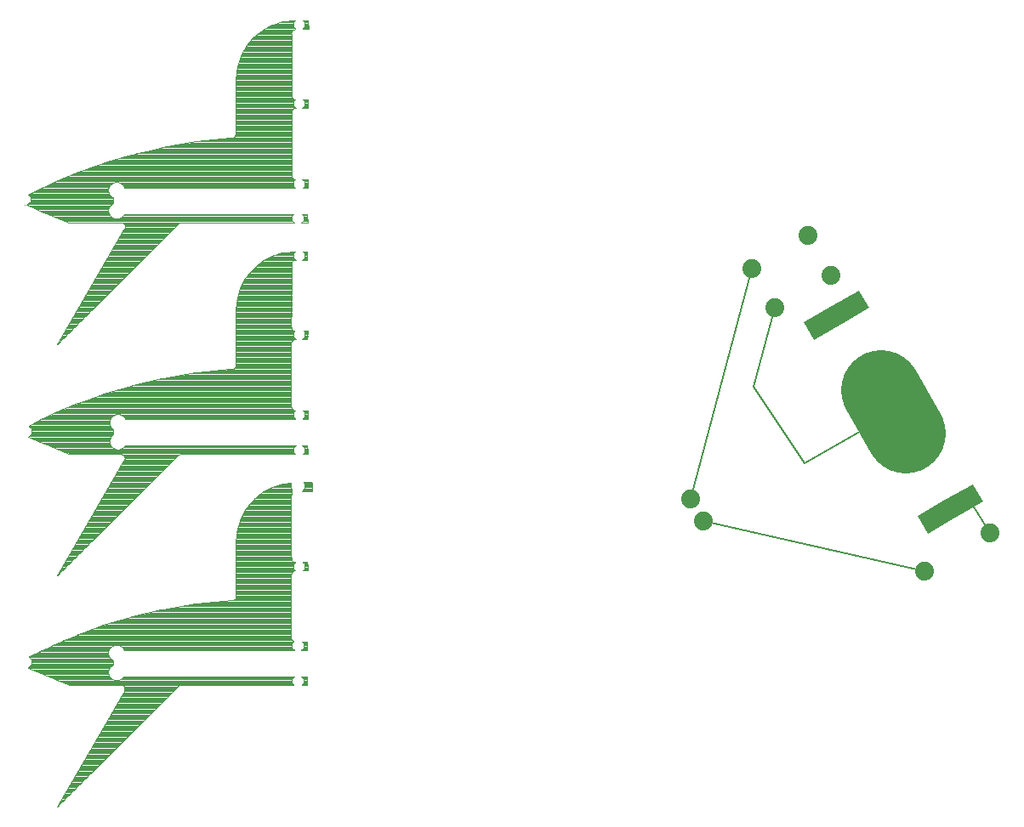
<source format=gbl>
G75*
%MOIN*%
%OFA0B0*%
%FSLAX25Y25*%
%IPPOS*%
%LPD*%
%AMOC8*
5,1,8,0,0,1.08239X$1,22.5*
%
%ADD10R,0.08000X0.12500*%
%ADD11C,0.31496*%
%ADD12C,0.07400*%
%ADD13C,0.00394*%
%ADD14C,0.00800*%
D10*
G36*
X0331980Y0233494D02*
X0335980Y0226566D01*
X0325156Y0220316D01*
X0321156Y0227244D01*
X0331980Y0233494D01*
G37*
G36*
X0335981Y0226566D02*
X0331981Y0233494D01*
X0342805Y0239744D01*
X0346805Y0232816D01*
X0335981Y0226566D01*
G37*
G36*
X0380414Y0150606D02*
X0376414Y0157534D01*
X0387238Y0163784D01*
X0391238Y0156856D01*
X0380414Y0150606D01*
G37*
G36*
X0376413Y0157534D02*
X0380413Y0150606D01*
X0369589Y0144356D01*
X0365589Y0151284D01*
X0376413Y0157534D01*
G37*
D11*
X0361118Y0183527D02*
X0351276Y0200573D01*
D12*
X0309562Y0232942D03*
X0300662Y0248358D03*
X0322832Y0261158D03*
X0331732Y0245742D03*
X0276697Y0157880D03*
X0281697Y0149220D03*
X0368206Y0129550D03*
X0394187Y0144550D03*
D13*
X0054340Y0082044D02*
X0028453Y0037208D01*
X0075697Y0084451D01*
X0076035Y0084848D01*
X0076099Y0084854D01*
X0076144Y0084899D01*
X0076666Y0084899D01*
X0076861Y0084915D01*
X0076907Y0084960D01*
X0077429Y0084960D01*
X0077948Y0085002D01*
X0077997Y0084960D01*
X0121187Y0084953D01*
X0120500Y0085640D01*
X0120500Y0087460D01*
X0121414Y0088374D01*
X0054463Y0088374D01*
X0054407Y0088239D01*
X0053508Y0087340D01*
X0052333Y0086853D01*
X0051061Y0086853D01*
X0049886Y0087340D01*
X0048987Y0088239D01*
X0048500Y0089414D01*
X0048500Y0090686D01*
X0048987Y0091861D01*
X0049886Y0092760D01*
X0050501Y0093015D01*
X0050501Y0094585D01*
X0049886Y0094840D01*
X0048987Y0095739D01*
X0048500Y0096914D01*
X0048500Y0098186D01*
X0048987Y0099361D01*
X0049886Y0100260D01*
X0051061Y0100747D01*
X0052333Y0100747D01*
X0053508Y0100260D01*
X0054407Y0099361D01*
X0054694Y0098669D01*
X0121471Y0098669D01*
X0120500Y0099640D01*
X0120500Y0101460D01*
X0121146Y0102106D01*
X0120990Y0102106D01*
X0120979Y0102118D01*
X0120962Y0102118D01*
X0120572Y0102525D01*
X0120174Y0102923D01*
X0120174Y0102939D01*
X0120163Y0102951D01*
X0120174Y0103514D01*
X0120178Y0127643D01*
X0120064Y0127930D01*
X0120178Y0128197D01*
X0120178Y0128488D01*
X0120397Y0128707D01*
X0120415Y0128748D01*
X0120415Y0129039D01*
X0120633Y0129258D01*
X0120755Y0129542D01*
X0121025Y0129650D01*
X0121231Y0129856D01*
X0121540Y0129856D01*
X0121715Y0129925D01*
X0121000Y0130640D01*
X0121000Y0132460D01*
X0121818Y0133278D01*
X0121612Y0133278D01*
X0121054Y0133262D01*
X0121038Y0133278D01*
X0121016Y0133278D01*
X0120621Y0133672D01*
X0120216Y0134056D01*
X0120215Y0134078D01*
X0120200Y0134094D01*
X0120200Y0134652D01*
X0120194Y0134845D01*
X0120178Y0134861D01*
X0120179Y0135418D01*
X0120163Y0135976D01*
X0120179Y0135993D01*
X0120183Y0158735D01*
X0120071Y0158961D01*
X0120183Y0159291D01*
X0120183Y0159638D01*
X0120342Y0159797D01*
X0119920Y0164292D01*
X0117466Y0164045D01*
X0116826Y0163962D01*
X0112562Y0162636D01*
X0108648Y0160512D01*
X0105716Y0158094D01*
X0105213Y0157676D01*
X0102795Y0154745D01*
X0102384Y0154238D01*
X0100260Y0150319D01*
X0098937Y0146057D01*
X0098859Y0145416D01*
X0098470Y0141554D01*
X0098440Y0140838D01*
X0098440Y0120839D01*
X0098517Y0120731D01*
X0098440Y0120277D01*
X0098440Y0119816D01*
X0098347Y0119723D01*
X0098337Y0119663D01*
X0098376Y0119274D01*
X0098244Y0119114D01*
X0098210Y0118909D01*
X0097892Y0118683D01*
X0097644Y0118381D01*
X0097438Y0118360D01*
X0097269Y0118240D01*
X0096884Y0118305D01*
X0083004Y0116921D01*
X0082274Y0116807D01*
X0069892Y0114691D01*
X0069165Y0114538D01*
X0057715Y0111815D01*
X0056995Y0111618D01*
X0046490Y0108459D01*
X0036918Y0105015D01*
X0036220Y0104733D01*
X0028964Y0101716D01*
X0028270Y0101416D01*
X0021889Y0098426D01*
X0021211Y0098084D01*
X0017428Y0096124D01*
X0017375Y0096016D01*
X0017347Y0096006D01*
X0018394Y0094960D01*
X0018394Y0093140D01*
X0017107Y0091853D01*
X0016861Y0091853D01*
X0017012Y0091795D01*
X0017027Y0091760D01*
X0023716Y0088813D01*
X0023993Y0088702D01*
X0024513Y0088495D01*
X0024513Y0088495D01*
X0033277Y0084998D01*
X0033789Y0084966D01*
X0053035Y0084964D01*
X0053188Y0085059D01*
X0053593Y0084964D01*
X0054009Y0084964D01*
X0054137Y0084837D01*
X0054312Y0084795D01*
X0054531Y0084442D01*
X0054825Y0084148D01*
X0054825Y0083967D01*
X0054920Y0083814D01*
X0054825Y0083409D01*
X0054825Y0082993D01*
X0054777Y0082945D01*
X0054804Y0082847D01*
X0054618Y0082526D01*
X0054533Y0082164D01*
X0054340Y0082044D01*
X0054367Y0082061D02*
X0073307Y0082061D01*
X0073699Y0082453D02*
X0054601Y0082453D01*
X0054803Y0082846D02*
X0074091Y0082846D01*
X0074483Y0083238D02*
X0054825Y0083238D01*
X0054877Y0083630D02*
X0074875Y0083630D01*
X0075268Y0084022D02*
X0054825Y0084022D01*
X0054559Y0084415D02*
X0075660Y0084415D01*
X0075999Y0084807D02*
X0054264Y0084807D01*
X0053074Y0087160D02*
X0120500Y0087160D01*
X0120500Y0086768D02*
X0028842Y0086768D01*
X0027859Y0087160D02*
X0050320Y0087160D01*
X0049674Y0087552D02*
X0026876Y0087552D01*
X0025893Y0087944D02*
X0049281Y0087944D01*
X0048946Y0088337D02*
X0024910Y0088337D01*
X0023927Y0088729D02*
X0048784Y0088729D01*
X0048621Y0089121D02*
X0023017Y0089121D01*
X0022127Y0089513D02*
X0048500Y0089513D01*
X0048500Y0089906D02*
X0021237Y0089906D01*
X0020347Y0090298D02*
X0048500Y0090298D01*
X0048502Y0090690D02*
X0019457Y0090690D01*
X0018567Y0091082D02*
X0048664Y0091082D01*
X0048827Y0091474D02*
X0017676Y0091474D01*
X0017120Y0091867D02*
X0048992Y0091867D01*
X0049385Y0092259D02*
X0017512Y0092259D01*
X0017905Y0092651D02*
X0049777Y0092651D01*
X0050501Y0093043D02*
X0018297Y0093043D01*
X0018394Y0093435D02*
X0050501Y0093435D01*
X0050501Y0093828D02*
X0018394Y0093828D01*
X0018394Y0094220D02*
X0050501Y0094220D01*
X0050436Y0094612D02*
X0018394Y0094612D01*
X0018349Y0095004D02*
X0049722Y0095004D01*
X0049329Y0095396D02*
X0017957Y0095396D01*
X0017565Y0095789D02*
X0048966Y0095789D01*
X0048804Y0096181D02*
X0017538Y0096181D01*
X0018295Y0096573D02*
X0048641Y0096573D01*
X0048500Y0096965D02*
X0019051Y0096965D01*
X0019808Y0097358D02*
X0048500Y0097358D01*
X0048500Y0097750D02*
X0020565Y0097750D01*
X0021325Y0098142D02*
X0048500Y0098142D01*
X0048644Y0098534D02*
X0022121Y0098534D01*
X0022958Y0098926D02*
X0048807Y0098926D01*
X0048969Y0099319D02*
X0023795Y0099319D01*
X0024632Y0099711D02*
X0049337Y0099711D01*
X0049729Y0100103D02*
X0025469Y0100103D01*
X0026306Y0100495D02*
X0050454Y0100495D01*
X0052940Y0100495D02*
X0120500Y0100495D01*
X0120500Y0100103D02*
X0053665Y0100103D01*
X0054057Y0099711D02*
X0120500Y0099711D01*
X0120821Y0099319D02*
X0054425Y0099319D01*
X0054587Y0098926D02*
X0121214Y0098926D01*
X0120500Y0100887D02*
X0027143Y0100887D01*
X0027980Y0101280D02*
X0120500Y0101280D01*
X0120712Y0101672D02*
X0028863Y0101672D01*
X0029802Y0102064D02*
X0121104Y0102064D01*
X0120638Y0102456D02*
X0030745Y0102456D01*
X0031688Y0102849D02*
X0120248Y0102849D01*
X0120169Y0103241D02*
X0032632Y0103241D01*
X0033575Y0103633D02*
X0120174Y0103633D01*
X0120174Y0104025D02*
X0034518Y0104025D01*
X0035461Y0104417D02*
X0120174Y0104417D01*
X0120174Y0104810D02*
X0036410Y0104810D01*
X0037437Y0105202D02*
X0120174Y0105202D01*
X0120174Y0105594D02*
X0038527Y0105594D01*
X0039617Y0105986D02*
X0120175Y0105986D01*
X0120175Y0106378D02*
X0040708Y0106378D01*
X0041798Y0106771D02*
X0120175Y0106771D01*
X0120175Y0107163D02*
X0042888Y0107163D01*
X0043979Y0107555D02*
X0120175Y0107555D01*
X0120175Y0107947D02*
X0045069Y0107947D01*
X0046159Y0108339D02*
X0120175Y0108339D01*
X0120175Y0108732D02*
X0047399Y0108732D01*
X0048703Y0109124D02*
X0120175Y0109124D01*
X0120175Y0109516D02*
X0050007Y0109516D01*
X0051311Y0109908D02*
X0120175Y0109908D01*
X0120175Y0110301D02*
X0052616Y0110301D01*
X0053920Y0110693D02*
X0120175Y0110693D01*
X0120175Y0111085D02*
X0055224Y0111085D01*
X0056528Y0111477D02*
X0120176Y0111477D01*
X0120176Y0111869D02*
X0057942Y0111869D01*
X0059592Y0112262D02*
X0120176Y0112262D01*
X0120176Y0112654D02*
X0061241Y0112654D01*
X0062890Y0113046D02*
X0120176Y0113046D01*
X0120176Y0113438D02*
X0064539Y0113438D01*
X0066188Y0113830D02*
X0120176Y0113830D01*
X0120176Y0114223D02*
X0067837Y0114223D01*
X0069530Y0114615D02*
X0120176Y0114615D01*
X0120176Y0115007D02*
X0071744Y0115007D01*
X0074038Y0115399D02*
X0120176Y0115399D01*
X0120176Y0115792D02*
X0076332Y0115792D01*
X0078627Y0116184D02*
X0120176Y0116184D01*
X0120176Y0116576D02*
X0080921Y0116576D01*
X0083476Y0116968D02*
X0120176Y0116968D01*
X0120177Y0117360D02*
X0087410Y0117360D01*
X0091345Y0117753D02*
X0120177Y0117753D01*
X0120177Y0118145D02*
X0095279Y0118145D01*
X0097772Y0118537D02*
X0120177Y0118537D01*
X0120177Y0118929D02*
X0098213Y0118929D01*
X0098371Y0119321D02*
X0120177Y0119321D01*
X0120177Y0119714D02*
X0098345Y0119714D01*
X0098440Y0120106D02*
X0120177Y0120106D01*
X0120177Y0120498D02*
X0098477Y0120498D01*
X0098440Y0120890D02*
X0120177Y0120890D01*
X0120177Y0121282D02*
X0098440Y0121282D01*
X0098440Y0121675D02*
X0120177Y0121675D01*
X0120177Y0122067D02*
X0098440Y0122067D01*
X0098440Y0122459D02*
X0120177Y0122459D01*
X0120177Y0122851D02*
X0098440Y0122851D01*
X0098440Y0123244D02*
X0120178Y0123244D01*
X0120178Y0123636D02*
X0098440Y0123636D01*
X0098440Y0124028D02*
X0120178Y0124028D01*
X0120178Y0124420D02*
X0098440Y0124420D01*
X0098440Y0124812D02*
X0120178Y0124812D01*
X0120178Y0125205D02*
X0098440Y0125205D01*
X0098440Y0125597D02*
X0120178Y0125597D01*
X0120178Y0125989D02*
X0098440Y0125989D01*
X0098440Y0126381D02*
X0120178Y0126381D01*
X0120178Y0126773D02*
X0098440Y0126773D01*
X0098440Y0127166D02*
X0120178Y0127166D01*
X0120178Y0127558D02*
X0098440Y0127558D01*
X0098440Y0127950D02*
X0120072Y0127950D01*
X0120178Y0128342D02*
X0098440Y0128342D01*
X0098440Y0128735D02*
X0120409Y0128735D01*
X0120502Y0129127D02*
X0098440Y0129127D01*
X0098440Y0129519D02*
X0120745Y0129519D01*
X0121337Y0130303D02*
X0098440Y0130303D01*
X0098440Y0129911D02*
X0121679Y0129911D01*
X0121000Y0130696D02*
X0098440Y0130696D01*
X0098440Y0131088D02*
X0121000Y0131088D01*
X0121000Y0131480D02*
X0098440Y0131480D01*
X0098440Y0131872D02*
X0121000Y0131872D01*
X0121000Y0132264D02*
X0098440Y0132264D01*
X0098440Y0132657D02*
X0121197Y0132657D01*
X0121589Y0133049D02*
X0098440Y0133049D01*
X0098440Y0133441D02*
X0120852Y0133441D01*
X0120451Y0133833D02*
X0098440Y0133833D01*
X0098440Y0134225D02*
X0120200Y0134225D01*
X0120200Y0134618D02*
X0098440Y0134618D01*
X0098440Y0135010D02*
X0120179Y0135010D01*
X0120179Y0135402D02*
X0098440Y0135402D01*
X0098440Y0135794D02*
X0120168Y0135794D01*
X0120179Y0136187D02*
X0098440Y0136187D01*
X0098440Y0136579D02*
X0120179Y0136579D01*
X0120179Y0136971D02*
X0098440Y0136971D01*
X0098440Y0137363D02*
X0120179Y0137363D01*
X0120179Y0137755D02*
X0098440Y0137755D01*
X0098440Y0138148D02*
X0120179Y0138148D01*
X0120179Y0138540D02*
X0098440Y0138540D01*
X0098440Y0138932D02*
X0120179Y0138932D01*
X0120179Y0139324D02*
X0098440Y0139324D01*
X0098440Y0139716D02*
X0120179Y0139716D01*
X0120179Y0140109D02*
X0098440Y0140109D01*
X0098440Y0140501D02*
X0120179Y0140501D01*
X0120180Y0140893D02*
X0098442Y0140893D01*
X0098459Y0141285D02*
X0120180Y0141285D01*
X0120180Y0141678D02*
X0098482Y0141678D01*
X0098522Y0142070D02*
X0120180Y0142070D01*
X0120180Y0142462D02*
X0098561Y0142462D01*
X0098601Y0142854D02*
X0120180Y0142854D01*
X0120180Y0143246D02*
X0098640Y0143246D01*
X0098680Y0143639D02*
X0120180Y0143639D01*
X0120180Y0144031D02*
X0098719Y0144031D01*
X0098759Y0144423D02*
X0120180Y0144423D01*
X0120180Y0144815D02*
X0098799Y0144815D01*
X0098838Y0145207D02*
X0120180Y0145207D01*
X0120180Y0145600D02*
X0098881Y0145600D01*
X0098929Y0145992D02*
X0120180Y0145992D01*
X0120180Y0146384D02*
X0099038Y0146384D01*
X0099160Y0146776D02*
X0120181Y0146776D01*
X0120181Y0147168D02*
X0099282Y0147168D01*
X0099404Y0147561D02*
X0120181Y0147561D01*
X0120181Y0147953D02*
X0099525Y0147953D01*
X0099647Y0148345D02*
X0120181Y0148345D01*
X0120181Y0148737D02*
X0099769Y0148737D01*
X0099891Y0149130D02*
X0120181Y0149130D01*
X0120181Y0149522D02*
X0100012Y0149522D01*
X0100134Y0149914D02*
X0120181Y0149914D01*
X0120181Y0150306D02*
X0100256Y0150306D01*
X0100466Y0150698D02*
X0120181Y0150698D01*
X0120181Y0151091D02*
X0100678Y0151091D01*
X0100891Y0151483D02*
X0120181Y0151483D01*
X0120181Y0151875D02*
X0101103Y0151875D01*
X0101316Y0152267D02*
X0120182Y0152267D01*
X0120182Y0152659D02*
X0101528Y0152659D01*
X0101741Y0153052D02*
X0120182Y0153052D01*
X0120182Y0153444D02*
X0101953Y0153444D01*
X0102166Y0153836D02*
X0120182Y0153836D01*
X0120182Y0154228D02*
X0102378Y0154228D01*
X0102694Y0154621D02*
X0120182Y0154621D01*
X0120182Y0155013D02*
X0103016Y0155013D01*
X0103340Y0155405D02*
X0120182Y0155405D01*
X0120182Y0155797D02*
X0103663Y0155797D01*
X0103987Y0156189D02*
X0120182Y0156189D01*
X0120182Y0156582D02*
X0104311Y0156582D01*
X0104634Y0156974D02*
X0120182Y0156974D01*
X0120182Y0157366D02*
X0104958Y0157366D01*
X0105313Y0157758D02*
X0120182Y0157758D01*
X0120183Y0158150D02*
X0105785Y0158150D01*
X0106260Y0158543D02*
X0120183Y0158543D01*
X0120084Y0158935D02*
X0106736Y0158935D01*
X0107212Y0159327D02*
X0120183Y0159327D01*
X0120264Y0159719D02*
X0107687Y0159719D01*
X0108163Y0160111D02*
X0120312Y0160111D01*
X0120275Y0160504D02*
X0108638Y0160504D01*
X0109356Y0160896D02*
X0120239Y0160896D01*
X0120202Y0161288D02*
X0110078Y0161288D01*
X0110801Y0161680D02*
X0120165Y0161680D01*
X0120128Y0162073D02*
X0111524Y0162073D01*
X0112246Y0162465D02*
X0120091Y0162465D01*
X0120054Y0162857D02*
X0113272Y0162857D01*
X0114533Y0163249D02*
X0120017Y0163249D01*
X0119981Y0163641D02*
X0115794Y0163641D01*
X0117379Y0164034D02*
X0119944Y0164034D01*
X0124889Y0164465D02*
X0128133Y0164464D01*
X0128461Y0164380D01*
X0128461Y0161067D01*
X0128036Y0161043D01*
X0124296Y0161043D01*
X0125394Y0162140D01*
X0125394Y0163960D01*
X0124889Y0164465D01*
X0124928Y0164426D02*
X0128283Y0164426D01*
X0128461Y0164034D02*
X0125320Y0164034D01*
X0125394Y0163641D02*
X0128461Y0163641D01*
X0128461Y0163249D02*
X0125394Y0163249D01*
X0125394Y0162857D02*
X0128461Y0162857D01*
X0128461Y0162465D02*
X0125394Y0162465D01*
X0125326Y0162073D02*
X0128461Y0162073D01*
X0128461Y0161680D02*
X0124934Y0161680D01*
X0124542Y0161288D02*
X0128461Y0161288D01*
X0126732Y0175585D02*
X0124839Y0175586D01*
X0125394Y0176140D01*
X0125394Y0177960D01*
X0124347Y0179007D01*
X0126427Y0179007D01*
X0126732Y0175585D01*
X0126712Y0175800D02*
X0125054Y0175800D01*
X0125394Y0176192D02*
X0126677Y0176192D01*
X0126643Y0176584D02*
X0125394Y0176584D01*
X0125394Y0176977D02*
X0126608Y0176977D01*
X0126573Y0177369D02*
X0125394Y0177369D01*
X0125394Y0177761D02*
X0126538Y0177761D01*
X0126503Y0178153D02*
X0125200Y0178153D01*
X0124808Y0178545D02*
X0126468Y0178545D01*
X0126433Y0178938D02*
X0124416Y0178938D01*
X0122047Y0179007D02*
X0121000Y0177960D01*
X0121000Y0176140D01*
X0121554Y0175586D01*
X0077348Y0175593D01*
X0077017Y0175704D01*
X0076793Y0175593D01*
X0076544Y0175593D01*
X0076296Y0175346D01*
X0076140Y0175268D01*
X0075891Y0175268D01*
X0075643Y0175021D01*
X0075330Y0174865D01*
X0075251Y0174629D01*
X0028463Y0127841D01*
X0054459Y0172865D01*
X0054525Y0172890D01*
X0054743Y0173357D01*
X0055001Y0173804D01*
X0054982Y0173872D01*
X0055012Y0173937D01*
X0054835Y0174421D01*
X0054702Y0174919D01*
X0054640Y0174955D01*
X0054616Y0175021D01*
X0054148Y0175239D01*
X0053809Y0175435D01*
X0053646Y0175597D01*
X0053377Y0175597D01*
X0053133Y0175711D01*
X0052822Y0175597D01*
X0033554Y0175599D01*
X0033060Y0175722D01*
X0024380Y0179186D01*
X0023331Y0179621D01*
X0017115Y0182361D01*
X0018394Y0183640D01*
X0018394Y0185460D01*
X0017212Y0186641D01*
X0021426Y0188826D01*
X0022109Y0189158D01*
X0028489Y0192148D01*
X0036442Y0195456D01*
X0037145Y0195727D01*
X0046007Y0198918D01*
X0046718Y0199157D01*
X0057224Y0202317D01*
X0057947Y0202501D01*
X0069395Y0205224D01*
X0070125Y0205362D01*
X0082507Y0207479D01*
X0083239Y0207577D01*
X0096105Y0208859D01*
X0096231Y0208790D01*
X0096663Y0208915D01*
X0097111Y0208959D01*
X0097202Y0209071D01*
X0097254Y0209086D01*
X0097634Y0209086D01*
X0097789Y0209241D01*
X0097999Y0209302D01*
X0098182Y0209634D01*
X0098450Y0209903D01*
X0098450Y0210121D01*
X0098556Y0210313D01*
X0098450Y0210678D01*
X0098450Y0231690D01*
X0098502Y0232406D01*
X0098889Y0236246D01*
X0099006Y0236879D01*
X0100137Y0240523D01*
X0100363Y0241130D01*
X0102178Y0244473D01*
X0102517Y0245028D01*
X0104935Y0247959D01*
X0105376Y0248438D01*
X0108308Y0250857D01*
X0108833Y0251240D01*
X0112177Y0253055D01*
X0112762Y0253331D01*
X0116407Y0254462D01*
X0117030Y0254633D01*
X0121554Y0255089D01*
X0121630Y0255090D01*
X0121000Y0254460D01*
X0121000Y0252640D01*
X0121962Y0251678D01*
X0121728Y0251678D01*
X0121675Y0251624D01*
X0121521Y0251609D01*
X0121010Y0251609D01*
X0120956Y0251555D01*
X0120880Y0251548D01*
X0120555Y0251154D01*
X0120193Y0250793D01*
X0120193Y0250717D01*
X0120145Y0250658D01*
X0120193Y0250149D01*
X0120189Y0225991D01*
X0120086Y0225613D01*
X0120189Y0225434D01*
X0120189Y0225228D01*
X0120466Y0224951D01*
X0120476Y0224933D01*
X0120476Y0224727D01*
X0120753Y0224450D01*
X0120947Y0224110D01*
X0121146Y0224056D01*
X0121292Y0223911D01*
X0121451Y0223911D01*
X0121000Y0223460D01*
X0121000Y0221640D01*
X0122151Y0220489D01*
X0121762Y0220489D01*
X0121738Y0220465D01*
X0121554Y0220458D01*
X0121005Y0220458D01*
X0120982Y0220434D01*
X0120948Y0220433D01*
X0120577Y0220029D01*
X0120189Y0219642D01*
X0120189Y0219608D01*
X0120166Y0219584D01*
X0120189Y0219036D01*
X0120184Y0194898D01*
X0120071Y0194585D01*
X0120184Y0194343D01*
X0120184Y0194077D01*
X0120420Y0193841D01*
X0120436Y0193807D01*
X0120436Y0193540D01*
X0120671Y0193305D01*
X0120812Y0193003D01*
X0121063Y0192912D01*
X0121252Y0192724D01*
X0121585Y0192724D01*
X0121716Y0192676D01*
X0121000Y0191960D01*
X0121000Y0190140D01*
X0121838Y0189302D01*
X0055139Y0189302D01*
X0054907Y0189861D01*
X0054008Y0190760D01*
X0052833Y0191247D01*
X0051561Y0191247D01*
X0050386Y0190760D01*
X0049487Y0189861D01*
X0049000Y0188686D01*
X0049000Y0187414D01*
X0049487Y0186239D01*
X0050386Y0185340D01*
X0050511Y0185288D01*
X0050511Y0183312D01*
X0050386Y0183260D01*
X0049487Y0182361D01*
X0049000Y0181186D01*
X0049000Y0179914D01*
X0049487Y0178739D01*
X0050386Y0177840D01*
X0051561Y0177353D01*
X0052833Y0177353D01*
X0054008Y0177840D01*
X0054907Y0178739D01*
X0055018Y0179007D01*
X0122047Y0179007D01*
X0121978Y0178938D02*
X0054989Y0178938D01*
X0054713Y0178545D02*
X0121585Y0178545D01*
X0121193Y0178153D02*
X0054321Y0178153D01*
X0053817Y0177761D02*
X0121000Y0177761D01*
X0121000Y0177369D02*
X0052871Y0177369D01*
X0051523Y0177369D02*
X0028934Y0177369D01*
X0029917Y0176977D02*
X0121000Y0176977D01*
X0121000Y0176584D02*
X0030900Y0176584D01*
X0031882Y0176192D02*
X0121000Y0176192D01*
X0121340Y0175800D02*
X0032865Y0175800D01*
X0027951Y0177761D02*
X0050576Y0177761D01*
X0050073Y0178153D02*
X0026968Y0178153D01*
X0025985Y0178545D02*
X0049680Y0178545D01*
X0049404Y0178938D02*
X0025002Y0178938D01*
X0024033Y0179330D02*
X0049242Y0179330D01*
X0049080Y0179722D02*
X0023101Y0179722D01*
X0022212Y0180114D02*
X0049000Y0180114D01*
X0049000Y0180507D02*
X0021322Y0180507D01*
X0020432Y0180899D02*
X0049000Y0180899D01*
X0049044Y0181291D02*
X0019542Y0181291D01*
X0018653Y0181683D02*
X0049206Y0181683D01*
X0049368Y0182075D02*
X0017763Y0182075D01*
X0017221Y0182468D02*
X0049593Y0182468D01*
X0049986Y0182860D02*
X0017613Y0182860D01*
X0018006Y0183252D02*
X0050378Y0183252D01*
X0050511Y0183644D02*
X0018394Y0183644D01*
X0018394Y0184036D02*
X0050511Y0184036D01*
X0050511Y0184429D02*
X0018394Y0184429D01*
X0018394Y0184821D02*
X0050511Y0184821D01*
X0050511Y0185213D02*
X0018394Y0185213D01*
X0018248Y0185605D02*
X0050121Y0185605D01*
X0049728Y0185997D02*
X0017856Y0185997D01*
X0017464Y0186390D02*
X0049424Y0186390D01*
X0049262Y0186782D02*
X0017483Y0186782D01*
X0018240Y0187174D02*
X0049099Y0187174D01*
X0049000Y0187566D02*
X0018997Y0187566D01*
X0019753Y0187959D02*
X0049000Y0187959D01*
X0049000Y0188351D02*
X0020510Y0188351D01*
X0021266Y0188743D02*
X0049024Y0188743D01*
X0049186Y0189135D02*
X0022062Y0189135D01*
X0022897Y0189527D02*
X0049349Y0189527D01*
X0049545Y0189920D02*
X0023734Y0189920D01*
X0024571Y0190312D02*
X0049938Y0190312D01*
X0050330Y0190704D02*
X0025408Y0190704D01*
X0026245Y0191096D02*
X0051197Y0191096D01*
X0053196Y0191096D02*
X0121000Y0191096D01*
X0121000Y0190704D02*
X0054064Y0190704D01*
X0054456Y0190312D02*
X0121000Y0190312D01*
X0121220Y0189920D02*
X0054848Y0189920D01*
X0055045Y0189527D02*
X0121613Y0189527D01*
X0121000Y0191488D02*
X0027082Y0191488D01*
X0027919Y0191881D02*
X0121000Y0191881D01*
X0121313Y0192273D02*
X0028789Y0192273D01*
X0029732Y0192665D02*
X0121705Y0192665D01*
X0120787Y0193057D02*
X0030675Y0193057D01*
X0031618Y0193450D02*
X0120526Y0193450D01*
X0120419Y0193842D02*
X0032561Y0193842D01*
X0033505Y0194234D02*
X0120184Y0194234D01*
X0120086Y0194626D02*
X0034448Y0194626D01*
X0035391Y0195018D02*
X0120184Y0195018D01*
X0120185Y0195411D02*
X0036334Y0195411D01*
X0037355Y0195803D02*
X0120185Y0195803D01*
X0120185Y0196195D02*
X0038444Y0196195D01*
X0039534Y0196587D02*
X0120185Y0196587D01*
X0120185Y0196979D02*
X0040623Y0196979D01*
X0041713Y0197372D02*
X0120185Y0197372D01*
X0120185Y0197764D02*
X0042802Y0197764D01*
X0043892Y0198156D02*
X0120185Y0198156D01*
X0120185Y0198548D02*
X0044981Y0198548D01*
X0046075Y0198940D02*
X0120185Y0198940D01*
X0120185Y0199333D02*
X0047300Y0199333D01*
X0048604Y0199725D02*
X0120185Y0199725D01*
X0120185Y0200117D02*
X0049908Y0200117D01*
X0051212Y0200509D02*
X0120185Y0200509D01*
X0120185Y0200902D02*
X0052517Y0200902D01*
X0053821Y0201294D02*
X0120186Y0201294D01*
X0120186Y0201686D02*
X0055125Y0201686D01*
X0056429Y0202078D02*
X0120186Y0202078D01*
X0120186Y0202470D02*
X0057825Y0202470D01*
X0059465Y0202863D02*
X0120186Y0202863D01*
X0120186Y0203255D02*
X0061114Y0203255D01*
X0062763Y0203647D02*
X0120186Y0203647D01*
X0120186Y0204039D02*
X0064412Y0204039D01*
X0066061Y0204431D02*
X0120186Y0204431D01*
X0120186Y0204824D02*
X0067710Y0204824D01*
X0069359Y0205216D02*
X0120186Y0205216D01*
X0120186Y0205608D02*
X0071566Y0205608D01*
X0073860Y0206000D02*
X0120186Y0206000D01*
X0120186Y0206393D02*
X0076154Y0206393D01*
X0078448Y0206785D02*
X0120187Y0206785D01*
X0120187Y0207177D02*
X0080743Y0207177D01*
X0083184Y0207569D02*
X0120187Y0207569D01*
X0120187Y0207961D02*
X0087099Y0207961D01*
X0091033Y0208354D02*
X0120187Y0208354D01*
X0120187Y0208746D02*
X0094968Y0208746D01*
X0097686Y0209138D02*
X0120187Y0209138D01*
X0120187Y0209530D02*
X0098125Y0209530D01*
X0098450Y0209922D02*
X0120187Y0209922D01*
X0120187Y0210315D02*
X0098556Y0210315D01*
X0098450Y0210707D02*
X0120187Y0210707D01*
X0120187Y0211099D02*
X0098450Y0211099D01*
X0098450Y0211491D02*
X0120187Y0211491D01*
X0120187Y0211883D02*
X0098450Y0211883D01*
X0098450Y0212276D02*
X0120187Y0212276D01*
X0120188Y0212668D02*
X0098450Y0212668D01*
X0098450Y0213060D02*
X0120188Y0213060D01*
X0120188Y0213452D02*
X0098450Y0213452D01*
X0098450Y0213845D02*
X0120188Y0213845D01*
X0120188Y0214237D02*
X0098450Y0214237D01*
X0098450Y0214629D02*
X0120188Y0214629D01*
X0120188Y0215021D02*
X0098450Y0215021D01*
X0098450Y0215413D02*
X0120188Y0215413D01*
X0120188Y0215806D02*
X0098450Y0215806D01*
X0098450Y0216198D02*
X0120188Y0216198D01*
X0120188Y0216590D02*
X0098450Y0216590D01*
X0098450Y0216982D02*
X0120188Y0216982D01*
X0120188Y0217374D02*
X0098450Y0217374D01*
X0098450Y0217767D02*
X0120188Y0217767D01*
X0120188Y0218159D02*
X0098450Y0218159D01*
X0098450Y0218551D02*
X0120189Y0218551D01*
X0120189Y0218943D02*
X0098450Y0218943D01*
X0098450Y0219336D02*
X0120176Y0219336D01*
X0120275Y0219728D02*
X0098450Y0219728D01*
X0098450Y0220120D02*
X0120660Y0220120D01*
X0121736Y0220904D02*
X0098450Y0220904D01*
X0098450Y0220512D02*
X0122128Y0220512D01*
X0121343Y0221297D02*
X0098450Y0221297D01*
X0098450Y0221689D02*
X0121000Y0221689D01*
X0121000Y0222081D02*
X0098450Y0222081D01*
X0098450Y0222473D02*
X0121000Y0222473D01*
X0121000Y0222865D02*
X0098450Y0222865D01*
X0098450Y0223258D02*
X0121000Y0223258D01*
X0121190Y0223650D02*
X0098450Y0223650D01*
X0098450Y0224042D02*
X0121161Y0224042D01*
X0120762Y0224434D02*
X0098450Y0224434D01*
X0098450Y0224826D02*
X0120476Y0224826D01*
X0120198Y0225219D02*
X0098450Y0225219D01*
X0098450Y0225611D02*
X0120087Y0225611D01*
X0120189Y0226003D02*
X0098450Y0226003D01*
X0098450Y0226395D02*
X0120189Y0226395D01*
X0120189Y0226788D02*
X0098450Y0226788D01*
X0098450Y0227180D02*
X0120189Y0227180D01*
X0120189Y0227572D02*
X0098450Y0227572D01*
X0098450Y0227964D02*
X0120189Y0227964D01*
X0120189Y0228356D02*
X0098450Y0228356D01*
X0098450Y0228749D02*
X0120189Y0228749D01*
X0120189Y0229141D02*
X0098450Y0229141D01*
X0098450Y0229533D02*
X0120190Y0229533D01*
X0120190Y0229925D02*
X0098450Y0229925D01*
X0098450Y0230317D02*
X0120190Y0230317D01*
X0120190Y0230710D02*
X0098450Y0230710D01*
X0098450Y0231102D02*
X0120190Y0231102D01*
X0120190Y0231494D02*
X0098450Y0231494D01*
X0098464Y0231886D02*
X0120190Y0231886D01*
X0120190Y0232279D02*
X0098493Y0232279D01*
X0098529Y0232671D02*
X0120190Y0232671D01*
X0120190Y0233063D02*
X0098568Y0233063D01*
X0098608Y0233455D02*
X0120190Y0233455D01*
X0120190Y0233847D02*
X0098647Y0233847D01*
X0098687Y0234240D02*
X0120190Y0234240D01*
X0120190Y0234632D02*
X0098726Y0234632D01*
X0098766Y0235024D02*
X0120190Y0235024D01*
X0120191Y0235416D02*
X0098805Y0235416D01*
X0098845Y0235808D02*
X0120191Y0235808D01*
X0120191Y0236201D02*
X0098885Y0236201D01*
X0098953Y0236593D02*
X0120191Y0236593D01*
X0120191Y0236985D02*
X0099039Y0236985D01*
X0099160Y0237377D02*
X0120191Y0237377D01*
X0120191Y0237769D02*
X0099282Y0237769D01*
X0099404Y0238162D02*
X0120191Y0238162D01*
X0120191Y0238554D02*
X0099526Y0238554D01*
X0099647Y0238946D02*
X0120191Y0238946D01*
X0120191Y0239338D02*
X0099769Y0239338D01*
X0099891Y0239731D02*
X0120191Y0239731D01*
X0120191Y0240123D02*
X0100013Y0240123D01*
X0100134Y0240515D02*
X0120191Y0240515D01*
X0120191Y0240907D02*
X0100280Y0240907D01*
X0100455Y0241299D02*
X0120192Y0241299D01*
X0120192Y0241692D02*
X0100668Y0241692D01*
X0100881Y0242084D02*
X0120192Y0242084D01*
X0120192Y0242476D02*
X0101094Y0242476D01*
X0101307Y0242868D02*
X0120192Y0242868D01*
X0120192Y0243260D02*
X0101520Y0243260D01*
X0101732Y0243653D02*
X0120192Y0243653D01*
X0120192Y0244045D02*
X0101945Y0244045D01*
X0102158Y0244437D02*
X0120192Y0244437D01*
X0120192Y0244829D02*
X0102395Y0244829D01*
X0102676Y0245222D02*
X0120192Y0245222D01*
X0120192Y0245614D02*
X0103000Y0245614D01*
X0103323Y0246006D02*
X0120192Y0246006D01*
X0120192Y0246398D02*
X0103647Y0246398D01*
X0103971Y0246790D02*
X0120193Y0246790D01*
X0120193Y0247183D02*
X0104294Y0247183D01*
X0104618Y0247575D02*
X0120193Y0247575D01*
X0120193Y0247967D02*
X0104942Y0247967D01*
X0105304Y0248359D02*
X0120193Y0248359D01*
X0120193Y0248751D02*
X0105756Y0248751D01*
X0106232Y0249144D02*
X0120193Y0249144D01*
X0120193Y0249536D02*
X0106707Y0249536D01*
X0107182Y0249928D02*
X0120193Y0249928D01*
X0120177Y0250320D02*
X0107658Y0250320D01*
X0108133Y0250712D02*
X0120190Y0250712D01*
X0120505Y0251105D02*
X0108648Y0251105D01*
X0109307Y0251497D02*
X0120838Y0251497D01*
X0121359Y0252281D02*
X0110752Y0252281D01*
X0110029Y0251889D02*
X0121751Y0251889D01*
X0121000Y0252674D02*
X0111475Y0252674D01*
X0112200Y0253066D02*
X0121000Y0253066D01*
X0121000Y0253458D02*
X0113172Y0253458D01*
X0114435Y0253850D02*
X0121000Y0253850D01*
X0121000Y0254242D02*
X0115699Y0254242D01*
X0117046Y0254635D02*
X0121175Y0254635D01*
X0120936Y0255027D02*
X0121567Y0255027D01*
X0124754Y0255099D02*
X0126340Y0255099D01*
X0126365Y0251678D01*
X0124431Y0251678D01*
X0125394Y0252640D01*
X0125394Y0254460D01*
X0124754Y0255099D01*
X0124827Y0255027D02*
X0126341Y0255027D01*
X0126344Y0254635D02*
X0125219Y0254635D01*
X0125394Y0254242D02*
X0126346Y0254242D01*
X0126349Y0253850D02*
X0125394Y0253850D01*
X0125394Y0253458D02*
X0126352Y0253458D01*
X0126355Y0253066D02*
X0125394Y0253066D01*
X0125394Y0252674D02*
X0126358Y0252674D01*
X0126360Y0252281D02*
X0125035Y0252281D01*
X0124643Y0251889D02*
X0126363Y0251889D01*
X0126566Y0266220D02*
X0123974Y0266221D01*
X0124894Y0267140D01*
X0124894Y0268960D01*
X0124211Y0269642D01*
X0126410Y0269642D01*
X0126566Y0266220D01*
X0126557Y0266401D02*
X0124155Y0266401D01*
X0124547Y0266793D02*
X0126540Y0266793D01*
X0126522Y0267185D02*
X0124894Y0267185D01*
X0124894Y0267578D02*
X0126504Y0267578D01*
X0126486Y0267970D02*
X0124894Y0267970D01*
X0124894Y0268362D02*
X0126468Y0268362D01*
X0126450Y0268754D02*
X0124894Y0268754D01*
X0124707Y0269146D02*
X0126432Y0269146D01*
X0126414Y0269539D02*
X0124315Y0269539D01*
X0121182Y0269642D02*
X0120500Y0268960D01*
X0120500Y0267140D01*
X0121419Y0266221D01*
X0076946Y0266228D01*
X0076426Y0266270D01*
X0076377Y0266229D01*
X0076313Y0266229D01*
X0075944Y0265860D01*
X0075795Y0265733D01*
X0075730Y0265733D01*
X0075362Y0265364D01*
X0074965Y0265027D01*
X0074960Y0264962D01*
X0028473Y0218476D01*
X0054163Y0262971D01*
X0054169Y0262973D01*
X0054451Y0263471D01*
X0054737Y0263966D01*
X0054736Y0263972D01*
X0054744Y0263987D01*
X0055019Y0264261D01*
X0055019Y0264471D01*
X0055122Y0264653D01*
X0055019Y0265028D01*
X0055019Y0265416D01*
X0054871Y0265564D01*
X0054815Y0265766D01*
X0054477Y0265958D01*
X0054203Y0266232D01*
X0053993Y0266232D01*
X0053811Y0266336D01*
X0053437Y0266233D01*
X0033406Y0266235D01*
X0032921Y0266417D01*
X0024171Y0269909D01*
X0023096Y0270364D01*
X0016777Y0273149D01*
X0016513Y0273353D01*
X0016607Y0273353D01*
X0017894Y0274640D01*
X0017894Y0276460D01*
X0017127Y0277226D01*
X0021724Y0279608D01*
X0028104Y0282598D01*
X0028795Y0282905D01*
X0036746Y0286213D01*
X0046316Y0289661D01*
X0047032Y0289884D01*
X0056069Y0292602D01*
X0057542Y0293037D01*
X0068989Y0295761D01*
X0069713Y0295925D01*
X0082823Y0298166D01*
X0096383Y0299521D01*
X0096449Y0299477D01*
X0096947Y0299577D01*
X0097453Y0299628D01*
X0097503Y0299689D01*
X0097581Y0299705D01*
X0097862Y0300128D01*
X0098184Y0300522D01*
X0098177Y0300589D01*
X0098460Y0300872D01*
X0098460Y0301028D01*
X0098547Y0301158D01*
X0098460Y0301588D01*
X0098460Y0321912D01*
X0098471Y0322629D01*
X0098927Y0327154D01*
X0099097Y0327777D01*
X0100229Y0331422D01*
X0100505Y0332007D01*
X0102320Y0335351D01*
X0102703Y0335877D01*
X0105121Y0338808D01*
X0105600Y0339250D01*
X0108531Y0341668D01*
X0109086Y0342007D01*
X0112429Y0343822D01*
X0113036Y0344048D01*
X0116679Y0345179D01*
X0117312Y0345296D01*
X0121153Y0345682D01*
X0121766Y0345726D01*
X0121000Y0344960D01*
X0121000Y0343140D01*
X0121827Y0342313D01*
X0121823Y0342311D01*
X0121556Y0342311D01*
X0121320Y0342075D01*
X0121286Y0342060D01*
X0121020Y0342060D01*
X0120784Y0341824D01*
X0120483Y0341683D01*
X0120392Y0341432D01*
X0120203Y0341243D01*
X0120203Y0340910D01*
X0120090Y0340597D01*
X0120203Y0340356D01*
X0120199Y0316679D01*
X0120114Y0316551D01*
X0120199Y0316119D01*
X0120199Y0315678D01*
X0120308Y0315570D01*
X0120338Y0315419D01*
X0120704Y0315173D01*
X0121015Y0314862D01*
X0121169Y0314862D01*
X0121175Y0314858D01*
X0121487Y0314546D01*
X0121586Y0314546D01*
X0121000Y0313960D01*
X0121000Y0312140D01*
X0122016Y0311124D01*
X0121643Y0311124D01*
X0121090Y0311143D01*
X0121069Y0311124D01*
X0121041Y0311124D01*
X0120650Y0310733D01*
X0120246Y0310355D01*
X0120245Y0310327D01*
X0120225Y0310308D01*
X0120225Y0309754D01*
X0120218Y0309566D01*
X0120199Y0309546D01*
X0120199Y0308993D01*
X0120180Y0308440D01*
X0120199Y0308420D01*
X0120195Y0285679D01*
X0120084Y0285460D01*
X0120195Y0285123D01*
X0120195Y0284769D01*
X0120368Y0284596D01*
X0120389Y0284530D01*
X0120389Y0284175D01*
X0120562Y0284002D01*
X0120638Y0283770D01*
X0120955Y0283610D01*
X0121206Y0283359D01*
X0121450Y0283359D01*
X0121668Y0283248D01*
X0121847Y0283307D01*
X0121000Y0282460D01*
X0121000Y0280640D01*
X0121703Y0279937D01*
X0054790Y0279937D01*
X0054407Y0280861D01*
X0053508Y0281760D01*
X0052333Y0282247D01*
X0051061Y0282247D01*
X0049886Y0281760D01*
X0048987Y0280861D01*
X0048500Y0279686D01*
X0048500Y0278414D01*
X0048987Y0277239D01*
X0049886Y0276340D01*
X0050521Y0276077D01*
X0050521Y0274023D01*
X0049886Y0273760D01*
X0048987Y0272861D01*
X0048500Y0271686D01*
X0048500Y0270414D01*
X0048987Y0269239D01*
X0049886Y0268340D01*
X0051061Y0267853D01*
X0052333Y0267853D01*
X0053508Y0268340D01*
X0054407Y0269239D01*
X0054574Y0269642D01*
X0121182Y0269642D01*
X0121079Y0269539D02*
X0054531Y0269539D01*
X0054314Y0269146D02*
X0120686Y0269146D01*
X0120500Y0268754D02*
X0053922Y0268754D01*
X0053530Y0268362D02*
X0120500Y0268362D01*
X0120500Y0267970D02*
X0052614Y0267970D01*
X0050779Y0267970D02*
X0029029Y0267970D01*
X0028047Y0268362D02*
X0049864Y0268362D01*
X0049472Y0268754D02*
X0027064Y0268754D01*
X0026081Y0269146D02*
X0049079Y0269146D01*
X0048863Y0269539D02*
X0025098Y0269539D01*
X0024118Y0269931D02*
X0048700Y0269931D01*
X0048538Y0270323D02*
X0023192Y0270323D01*
X0022298Y0270715D02*
X0048500Y0270715D01*
X0048500Y0271108D02*
X0021408Y0271108D01*
X0020519Y0271500D02*
X0048500Y0271500D01*
X0048585Y0271892D02*
X0019629Y0271892D01*
X0018739Y0272284D02*
X0048748Y0272284D01*
X0048910Y0272676D02*
X0017849Y0272676D01*
X0016960Y0273069D02*
X0049194Y0273069D01*
X0049587Y0273461D02*
X0016714Y0273461D01*
X0017107Y0273853D02*
X0050110Y0273853D01*
X0050521Y0274245D02*
X0017499Y0274245D01*
X0017891Y0274637D02*
X0050521Y0274637D01*
X0050521Y0275030D02*
X0017894Y0275030D01*
X0017894Y0275422D02*
X0050521Y0275422D01*
X0050521Y0275814D02*
X0017894Y0275814D01*
X0017894Y0276206D02*
X0050208Y0276206D01*
X0049627Y0276598D02*
X0017755Y0276598D01*
X0017363Y0276991D02*
X0049235Y0276991D01*
X0048927Y0277383D02*
X0017430Y0277383D01*
X0018187Y0277775D02*
X0048765Y0277775D01*
X0048602Y0278167D02*
X0018944Y0278167D01*
X0019701Y0278560D02*
X0048500Y0278560D01*
X0048500Y0278952D02*
X0020458Y0278952D01*
X0021216Y0279344D02*
X0048500Y0279344D01*
X0048521Y0279736D02*
X0021999Y0279736D01*
X0022835Y0280128D02*
X0048683Y0280128D01*
X0048846Y0280521D02*
X0023672Y0280521D01*
X0024509Y0280913D02*
X0049039Y0280913D01*
X0049431Y0281305D02*
X0025346Y0281305D01*
X0026182Y0281697D02*
X0049823Y0281697D01*
X0050681Y0282089D02*
X0027019Y0282089D01*
X0027856Y0282482D02*
X0121022Y0282482D01*
X0121000Y0282089D02*
X0052713Y0282089D01*
X0053571Y0281697D02*
X0121000Y0281697D01*
X0121000Y0281305D02*
X0053963Y0281305D01*
X0054355Y0280913D02*
X0121000Y0280913D01*
X0121119Y0280521D02*
X0054548Y0280521D01*
X0054710Y0280128D02*
X0121512Y0280128D01*
X0121414Y0282874D02*
X0028724Y0282874D01*
X0029662Y0283266D02*
X0121633Y0283266D01*
X0121722Y0283266D02*
X0121806Y0283266D01*
X0120859Y0283658D02*
X0030605Y0283658D01*
X0031548Y0284051D02*
X0120514Y0284051D01*
X0120389Y0284443D02*
X0032490Y0284443D01*
X0033433Y0284835D02*
X0120195Y0284835D01*
X0120161Y0285227D02*
X0034376Y0285227D01*
X0035319Y0285619D02*
X0120165Y0285619D01*
X0120195Y0286012D02*
X0036262Y0286012D01*
X0037275Y0286404D02*
X0120195Y0286404D01*
X0120195Y0286796D02*
X0038364Y0286796D01*
X0039453Y0287188D02*
X0120195Y0287188D01*
X0120195Y0287580D02*
X0040542Y0287580D01*
X0041630Y0287973D02*
X0120195Y0287973D01*
X0120195Y0288365D02*
X0042719Y0288365D01*
X0043808Y0288757D02*
X0120196Y0288757D01*
X0120196Y0289149D02*
X0044897Y0289149D01*
X0045985Y0289541D02*
X0120196Y0289541D01*
X0120196Y0289934D02*
X0047198Y0289934D01*
X0048502Y0290326D02*
X0120196Y0290326D01*
X0120196Y0290718D02*
X0049806Y0290718D01*
X0051110Y0291110D02*
X0120196Y0291110D01*
X0120196Y0291503D02*
X0052413Y0291503D01*
X0053717Y0291895D02*
X0120196Y0291895D01*
X0120196Y0292287D02*
X0055021Y0292287D01*
X0056329Y0292679D02*
X0120196Y0292679D01*
X0120196Y0293071D02*
X0057684Y0293071D01*
X0059333Y0293464D02*
X0120196Y0293464D01*
X0120196Y0293856D02*
X0060982Y0293856D01*
X0062630Y0294248D02*
X0120196Y0294248D01*
X0120196Y0294640D02*
X0064279Y0294640D01*
X0065928Y0295032D02*
X0120196Y0295032D01*
X0120197Y0295425D02*
X0067576Y0295425D01*
X0069237Y0295817D02*
X0120197Y0295817D01*
X0120197Y0296209D02*
X0071377Y0296209D01*
X0073671Y0296601D02*
X0120197Y0296601D01*
X0120197Y0296994D02*
X0075964Y0296994D01*
X0078258Y0297386D02*
X0120197Y0297386D01*
X0120197Y0297778D02*
X0080552Y0297778D01*
X0082862Y0298170D02*
X0120197Y0298170D01*
X0120197Y0298562D02*
X0086787Y0298562D01*
X0090713Y0298955D02*
X0120197Y0298955D01*
X0120197Y0299347D02*
X0094638Y0299347D01*
X0097603Y0299739D02*
X0120197Y0299739D01*
X0120197Y0300131D02*
X0097865Y0300131D01*
X0098184Y0300523D02*
X0120197Y0300523D01*
X0120197Y0300916D02*
X0098460Y0300916D01*
X0098517Y0301308D02*
X0120197Y0301308D01*
X0120198Y0301700D02*
X0098460Y0301700D01*
X0098460Y0302092D02*
X0120198Y0302092D01*
X0120198Y0302484D02*
X0098460Y0302484D01*
X0098460Y0302877D02*
X0120198Y0302877D01*
X0120198Y0303269D02*
X0098460Y0303269D01*
X0098460Y0303661D02*
X0120198Y0303661D01*
X0120198Y0304053D02*
X0098460Y0304053D01*
X0098460Y0304446D02*
X0120198Y0304446D01*
X0120198Y0304838D02*
X0098460Y0304838D01*
X0098460Y0305230D02*
X0120198Y0305230D01*
X0120198Y0305622D02*
X0098460Y0305622D01*
X0098460Y0306014D02*
X0120198Y0306014D01*
X0120198Y0306407D02*
X0098460Y0306407D01*
X0098460Y0306799D02*
X0120198Y0306799D01*
X0120198Y0307191D02*
X0098460Y0307191D01*
X0098460Y0307583D02*
X0120198Y0307583D01*
X0120199Y0307975D02*
X0098460Y0307975D01*
X0098460Y0308368D02*
X0120199Y0308368D01*
X0120191Y0308760D02*
X0098460Y0308760D01*
X0098460Y0309152D02*
X0120199Y0309152D01*
X0120199Y0309544D02*
X0098460Y0309544D01*
X0098460Y0309937D02*
X0120225Y0309937D01*
X0120245Y0310329D02*
X0098460Y0310329D01*
X0098460Y0310721D02*
X0120638Y0310721D01*
X0121031Y0311113D02*
X0098460Y0311113D01*
X0098460Y0311505D02*
X0121635Y0311505D01*
X0121242Y0311898D02*
X0098460Y0311898D01*
X0098460Y0312290D02*
X0121000Y0312290D01*
X0121000Y0312682D02*
X0098460Y0312682D01*
X0098460Y0313074D02*
X0121000Y0313074D01*
X0121000Y0313466D02*
X0098460Y0313466D01*
X0098460Y0313859D02*
X0121000Y0313859D01*
X0121291Y0314251D02*
X0098460Y0314251D01*
X0098460Y0314643D02*
X0121390Y0314643D01*
X0120842Y0315035D02*
X0098460Y0315035D01*
X0098460Y0315427D02*
X0120336Y0315427D01*
X0120199Y0315820D02*
X0098460Y0315820D01*
X0098460Y0316212D02*
X0120181Y0316212D01*
X0120149Y0316604D02*
X0098460Y0316604D01*
X0098460Y0316996D02*
X0120199Y0316996D01*
X0120199Y0317389D02*
X0098460Y0317389D01*
X0098460Y0317781D02*
X0120199Y0317781D01*
X0120199Y0318173D02*
X0098460Y0318173D01*
X0098460Y0318565D02*
X0120199Y0318565D01*
X0120200Y0318957D02*
X0098460Y0318957D01*
X0098460Y0319350D02*
X0120200Y0319350D01*
X0120200Y0319742D02*
X0098460Y0319742D01*
X0098460Y0320134D02*
X0120200Y0320134D01*
X0120200Y0320526D02*
X0098460Y0320526D01*
X0098460Y0320918D02*
X0120200Y0320918D01*
X0120200Y0321311D02*
X0098460Y0321311D01*
X0098460Y0321703D02*
X0120200Y0321703D01*
X0120200Y0322095D02*
X0098463Y0322095D01*
X0098469Y0322487D02*
X0120200Y0322487D01*
X0120200Y0322880D02*
X0098496Y0322880D01*
X0098535Y0323272D02*
X0120200Y0323272D01*
X0120200Y0323664D02*
X0098575Y0323664D01*
X0098614Y0324056D02*
X0120200Y0324056D01*
X0120200Y0324448D02*
X0098654Y0324448D01*
X0098694Y0324841D02*
X0120200Y0324841D01*
X0120201Y0325233D02*
X0098733Y0325233D01*
X0098773Y0325625D02*
X0120201Y0325625D01*
X0120201Y0326017D02*
X0098812Y0326017D01*
X0098852Y0326409D02*
X0120201Y0326409D01*
X0120201Y0326802D02*
X0098891Y0326802D01*
X0098938Y0327194D02*
X0120201Y0327194D01*
X0120201Y0327586D02*
X0099045Y0327586D01*
X0099160Y0327978D02*
X0120201Y0327978D01*
X0120201Y0328370D02*
X0099282Y0328370D01*
X0099403Y0328763D02*
X0120201Y0328763D01*
X0120201Y0329155D02*
X0099525Y0329155D01*
X0099647Y0329547D02*
X0120201Y0329547D01*
X0120201Y0329939D02*
X0099769Y0329939D01*
X0099890Y0330332D02*
X0120201Y0330332D01*
X0120201Y0330724D02*
X0100012Y0330724D01*
X0100134Y0331116D02*
X0120201Y0331116D01*
X0120202Y0331508D02*
X0100270Y0331508D01*
X0100454Y0331900D02*
X0120202Y0331900D01*
X0120202Y0332293D02*
X0100660Y0332293D01*
X0100872Y0332685D02*
X0120202Y0332685D01*
X0120202Y0333077D02*
X0101085Y0333077D01*
X0101298Y0333469D02*
X0120202Y0333469D01*
X0120202Y0333861D02*
X0101511Y0333861D01*
X0101724Y0334254D02*
X0120202Y0334254D01*
X0120202Y0334646D02*
X0101937Y0334646D01*
X0102150Y0335038D02*
X0120202Y0335038D01*
X0120202Y0335430D02*
X0102377Y0335430D01*
X0102663Y0335823D02*
X0120202Y0335823D01*
X0120202Y0336215D02*
X0102982Y0336215D01*
X0103305Y0336607D02*
X0120202Y0336607D01*
X0120202Y0336999D02*
X0103629Y0336999D01*
X0103952Y0337391D02*
X0120202Y0337391D01*
X0120203Y0337784D02*
X0104276Y0337784D01*
X0104600Y0338176D02*
X0120203Y0338176D01*
X0120203Y0338568D02*
X0104923Y0338568D01*
X0105286Y0338960D02*
X0120203Y0338960D01*
X0120203Y0339352D02*
X0105725Y0339352D01*
X0106200Y0339745D02*
X0120203Y0339745D01*
X0120203Y0340137D02*
X0106675Y0340137D01*
X0107151Y0340529D02*
X0120122Y0340529D01*
X0120203Y0340921D02*
X0107626Y0340921D01*
X0108102Y0341313D02*
X0120273Y0341313D01*
X0120531Y0341706D02*
X0108593Y0341706D01*
X0109254Y0342098D02*
X0121343Y0342098D01*
X0121650Y0342490D02*
X0109976Y0342490D01*
X0110699Y0342882D02*
X0121258Y0342882D01*
X0121000Y0343275D02*
X0111421Y0343275D01*
X0112144Y0343667D02*
X0121000Y0343667D01*
X0121000Y0344059D02*
X0113071Y0344059D01*
X0114335Y0344451D02*
X0121000Y0344451D01*
X0121000Y0344843D02*
X0115598Y0344843D01*
X0116986Y0345236D02*
X0121276Y0345236D01*
X0121668Y0345628D02*
X0120613Y0345628D01*
X0124620Y0345733D02*
X0125394Y0344960D01*
X0125394Y0343140D01*
X0124564Y0342311D01*
X0126917Y0342311D01*
X0126743Y0345733D01*
X0124620Y0345733D01*
X0124726Y0345628D02*
X0126749Y0345628D01*
X0126769Y0345236D02*
X0125118Y0345236D01*
X0125394Y0344843D02*
X0126788Y0344843D01*
X0126808Y0344451D02*
X0125394Y0344451D01*
X0125394Y0344059D02*
X0126828Y0344059D01*
X0126848Y0343667D02*
X0125394Y0343667D01*
X0125394Y0343275D02*
X0126868Y0343275D01*
X0126888Y0342882D02*
X0125136Y0342882D01*
X0124744Y0342490D02*
X0126908Y0342490D01*
X0126780Y0314546D02*
X0124808Y0314546D01*
X0125394Y0313960D01*
X0125394Y0312140D01*
X0124378Y0311124D01*
X0126561Y0311124D01*
X0126780Y0314546D01*
X0126761Y0314251D02*
X0125103Y0314251D01*
X0125394Y0313859D02*
X0126736Y0313859D01*
X0126711Y0313466D02*
X0125394Y0313466D01*
X0125394Y0313074D02*
X0126686Y0313074D01*
X0126661Y0312682D02*
X0125394Y0312682D01*
X0125394Y0312290D02*
X0126636Y0312290D01*
X0126611Y0311898D02*
X0125151Y0311898D01*
X0124759Y0311505D02*
X0126586Y0311505D01*
X0126625Y0283359D02*
X0124495Y0283359D01*
X0125394Y0282460D01*
X0125394Y0280640D01*
X0124691Y0279937D01*
X0126590Y0279937D01*
X0126625Y0283359D01*
X0126624Y0283266D02*
X0124588Y0283266D01*
X0124980Y0282874D02*
X0126620Y0282874D01*
X0126616Y0282482D02*
X0125372Y0282482D01*
X0125394Y0282089D02*
X0126612Y0282089D01*
X0126608Y0281697D02*
X0125394Y0281697D01*
X0125394Y0281305D02*
X0126604Y0281305D01*
X0126600Y0280913D02*
X0125394Y0280913D01*
X0125274Y0280521D02*
X0126596Y0280521D01*
X0126592Y0280128D02*
X0124882Y0280128D01*
X0120500Y0267578D02*
X0030012Y0267578D01*
X0030995Y0267185D02*
X0120500Y0267185D01*
X0120847Y0266793D02*
X0031978Y0266793D01*
X0032963Y0266401D02*
X0121239Y0266401D01*
X0124943Y0223911D02*
X0126653Y0223911D01*
X0126478Y0220489D01*
X0124242Y0220489D01*
X0125394Y0221640D01*
X0125394Y0223460D01*
X0124943Y0223911D01*
X0125204Y0223650D02*
X0126640Y0223650D01*
X0126619Y0223258D02*
X0125394Y0223258D01*
X0125394Y0222865D02*
X0126599Y0222865D01*
X0126579Y0222473D02*
X0125394Y0222473D01*
X0125394Y0222081D02*
X0126559Y0222081D01*
X0126539Y0221689D02*
X0125394Y0221689D01*
X0125050Y0221297D02*
X0126519Y0221297D01*
X0126499Y0220904D02*
X0124658Y0220904D01*
X0124266Y0220512D02*
X0126479Y0220512D01*
X0126666Y0192724D02*
X0124630Y0192724D01*
X0125394Y0191960D01*
X0125394Y0190140D01*
X0124555Y0189302D01*
X0126616Y0189302D01*
X0126666Y0192724D01*
X0126665Y0192665D02*
X0124689Y0192665D01*
X0125081Y0192273D02*
X0126659Y0192273D01*
X0126653Y0191881D02*
X0125394Y0191881D01*
X0125394Y0191488D02*
X0126648Y0191488D01*
X0126642Y0191096D02*
X0125394Y0191096D01*
X0125394Y0190704D02*
X0126636Y0190704D01*
X0126631Y0190312D02*
X0125394Y0190312D01*
X0125173Y0189920D02*
X0126625Y0189920D01*
X0126619Y0189527D02*
X0124781Y0189527D01*
X0076358Y0175408D02*
X0053856Y0175408D01*
X0054618Y0175016D02*
X0075632Y0175016D01*
X0075246Y0174623D02*
X0054781Y0174623D01*
X0054905Y0174231D02*
X0074853Y0174231D01*
X0074461Y0173839D02*
X0054991Y0173839D01*
X0054794Y0173447D02*
X0074069Y0173447D01*
X0073677Y0173054D02*
X0054602Y0173054D01*
X0054341Y0172662D02*
X0073285Y0172662D01*
X0072892Y0172270D02*
X0054115Y0172270D01*
X0053888Y0171878D02*
X0072500Y0171878D01*
X0072108Y0171486D02*
X0053662Y0171486D01*
X0053436Y0171093D02*
X0071716Y0171093D01*
X0071324Y0170701D02*
X0053209Y0170701D01*
X0052983Y0170309D02*
X0070931Y0170309D01*
X0070539Y0169917D02*
X0052756Y0169917D01*
X0052530Y0169525D02*
X0070147Y0169525D01*
X0069755Y0169132D02*
X0052303Y0169132D01*
X0052077Y0168740D02*
X0069363Y0168740D01*
X0068970Y0168348D02*
X0051850Y0168348D01*
X0051624Y0167956D02*
X0068578Y0167956D01*
X0068186Y0167564D02*
X0051398Y0167564D01*
X0051171Y0167171D02*
X0067794Y0167171D01*
X0067401Y0166779D02*
X0050945Y0166779D01*
X0050718Y0166387D02*
X0067009Y0166387D01*
X0066617Y0165995D02*
X0050492Y0165995D01*
X0050265Y0165602D02*
X0066225Y0165602D01*
X0065833Y0165210D02*
X0050039Y0165210D01*
X0049812Y0164818D02*
X0065440Y0164818D01*
X0065048Y0164426D02*
X0049586Y0164426D01*
X0049359Y0164034D02*
X0064656Y0164034D01*
X0064264Y0163641D02*
X0049133Y0163641D01*
X0048907Y0163249D02*
X0063872Y0163249D01*
X0063479Y0162857D02*
X0048680Y0162857D01*
X0048454Y0162465D02*
X0063087Y0162465D01*
X0062695Y0162073D02*
X0048227Y0162073D01*
X0048001Y0161680D02*
X0062303Y0161680D01*
X0061910Y0161288D02*
X0047774Y0161288D01*
X0047548Y0160896D02*
X0061518Y0160896D01*
X0061126Y0160504D02*
X0047321Y0160504D01*
X0047095Y0160111D02*
X0060734Y0160111D01*
X0060342Y0159719D02*
X0046869Y0159719D01*
X0046642Y0159327D02*
X0059949Y0159327D01*
X0059557Y0158935D02*
X0046416Y0158935D01*
X0046189Y0158543D02*
X0059165Y0158543D01*
X0058773Y0158150D02*
X0045963Y0158150D01*
X0045736Y0157758D02*
X0058381Y0157758D01*
X0057988Y0157366D02*
X0045510Y0157366D01*
X0045283Y0156974D02*
X0057596Y0156974D01*
X0057204Y0156582D02*
X0045057Y0156582D01*
X0044831Y0156189D02*
X0056812Y0156189D01*
X0056420Y0155797D02*
X0044604Y0155797D01*
X0044378Y0155405D02*
X0056027Y0155405D01*
X0055635Y0155013D02*
X0044151Y0155013D01*
X0043925Y0154621D02*
X0055243Y0154621D01*
X0054851Y0154228D02*
X0043698Y0154228D01*
X0043472Y0153836D02*
X0054458Y0153836D01*
X0054066Y0153444D02*
X0043245Y0153444D01*
X0043019Y0153052D02*
X0053674Y0153052D01*
X0053282Y0152659D02*
X0042793Y0152659D01*
X0042566Y0152267D02*
X0052890Y0152267D01*
X0052497Y0151875D02*
X0042340Y0151875D01*
X0042113Y0151483D02*
X0052105Y0151483D01*
X0051713Y0151091D02*
X0041887Y0151091D01*
X0041660Y0150698D02*
X0051321Y0150698D01*
X0050929Y0150306D02*
X0041434Y0150306D01*
X0041207Y0149914D02*
X0050536Y0149914D01*
X0050144Y0149522D02*
X0040981Y0149522D01*
X0040754Y0149130D02*
X0049752Y0149130D01*
X0049360Y0148737D02*
X0040528Y0148737D01*
X0040302Y0148345D02*
X0048967Y0148345D01*
X0048575Y0147953D02*
X0040075Y0147953D01*
X0039849Y0147561D02*
X0048183Y0147561D01*
X0047791Y0147168D02*
X0039622Y0147168D01*
X0039396Y0146776D02*
X0047399Y0146776D01*
X0047006Y0146384D02*
X0039169Y0146384D01*
X0038943Y0145992D02*
X0046614Y0145992D01*
X0046222Y0145600D02*
X0038716Y0145600D01*
X0038490Y0145207D02*
X0045830Y0145207D01*
X0045438Y0144815D02*
X0038264Y0144815D01*
X0038037Y0144423D02*
X0045045Y0144423D01*
X0044653Y0144031D02*
X0037811Y0144031D01*
X0037584Y0143639D02*
X0044261Y0143639D01*
X0043869Y0143246D02*
X0037358Y0143246D01*
X0037131Y0142854D02*
X0043477Y0142854D01*
X0043084Y0142462D02*
X0036905Y0142462D01*
X0036678Y0142070D02*
X0042692Y0142070D01*
X0042300Y0141678D02*
X0036452Y0141678D01*
X0036226Y0141285D02*
X0041908Y0141285D01*
X0041515Y0140893D02*
X0035999Y0140893D01*
X0035773Y0140501D02*
X0041123Y0140501D01*
X0040731Y0140109D02*
X0035546Y0140109D01*
X0035320Y0139716D02*
X0040339Y0139716D01*
X0039947Y0139324D02*
X0035093Y0139324D01*
X0034867Y0138932D02*
X0039554Y0138932D01*
X0039162Y0138540D02*
X0034640Y0138540D01*
X0034414Y0138148D02*
X0038770Y0138148D01*
X0038378Y0137755D02*
X0034188Y0137755D01*
X0033961Y0137363D02*
X0037986Y0137363D01*
X0037593Y0136971D02*
X0033735Y0136971D01*
X0033508Y0136579D02*
X0037201Y0136579D01*
X0036809Y0136187D02*
X0033282Y0136187D01*
X0033055Y0135794D02*
X0036417Y0135794D01*
X0036024Y0135402D02*
X0032829Y0135402D01*
X0032602Y0135010D02*
X0035632Y0135010D01*
X0035240Y0134618D02*
X0032376Y0134618D01*
X0032149Y0134225D02*
X0034848Y0134225D01*
X0034456Y0133833D02*
X0031923Y0133833D01*
X0031697Y0133441D02*
X0034063Y0133441D01*
X0033671Y0133049D02*
X0031470Y0133049D01*
X0031244Y0132657D02*
X0033279Y0132657D01*
X0032887Y0132264D02*
X0031017Y0132264D01*
X0030791Y0131872D02*
X0032495Y0131872D01*
X0032102Y0131480D02*
X0030564Y0131480D01*
X0030338Y0131088D02*
X0031710Y0131088D01*
X0031318Y0130696D02*
X0030111Y0130696D01*
X0029885Y0130303D02*
X0030926Y0130303D01*
X0030534Y0129911D02*
X0029659Y0129911D01*
X0029432Y0129519D02*
X0030141Y0129519D01*
X0029749Y0129127D02*
X0029206Y0129127D01*
X0029357Y0128735D02*
X0028979Y0128735D01*
X0028965Y0128342D02*
X0028753Y0128342D01*
X0028572Y0127950D02*
X0028526Y0127950D01*
X0054447Y0088337D02*
X0121377Y0088337D01*
X0120984Y0087944D02*
X0054112Y0087944D01*
X0053720Y0087552D02*
X0120592Y0087552D01*
X0120500Y0086376D02*
X0029825Y0086376D01*
X0030808Y0085983D02*
X0120500Y0085983D01*
X0120549Y0085591D02*
X0031791Y0085591D01*
X0032774Y0085199D02*
X0120941Y0085199D01*
X0124206Y0084952D02*
X0124894Y0085640D01*
X0124894Y0087460D01*
X0123980Y0088374D01*
X0126499Y0088374D01*
X0126455Y0084952D01*
X0124206Y0084952D01*
X0124453Y0085199D02*
X0126458Y0085199D01*
X0126463Y0085591D02*
X0124845Y0085591D01*
X0124894Y0085983D02*
X0126468Y0085983D01*
X0126473Y0086376D02*
X0124894Y0086376D01*
X0124894Y0086768D02*
X0126478Y0086768D01*
X0126483Y0087160D02*
X0124894Y0087160D01*
X0124801Y0087552D02*
X0126488Y0087552D01*
X0126493Y0087944D02*
X0124409Y0087944D01*
X0124017Y0088337D02*
X0126498Y0088337D01*
X0126376Y0098669D02*
X0123922Y0098669D01*
X0124894Y0099640D01*
X0124894Y0101460D01*
X0124263Y0102091D01*
X0126399Y0102091D01*
X0126376Y0098669D01*
X0126378Y0098926D02*
X0124180Y0098926D01*
X0124572Y0099319D02*
X0126381Y0099319D01*
X0126383Y0099711D02*
X0124894Y0099711D01*
X0124894Y0100103D02*
X0126386Y0100103D01*
X0126389Y0100495D02*
X0124894Y0100495D01*
X0124894Y0100887D02*
X0126391Y0100887D01*
X0126394Y0101280D02*
X0124894Y0101280D01*
X0124682Y0101672D02*
X0126396Y0101672D01*
X0126399Y0102064D02*
X0124290Y0102064D01*
X0124609Y0129856D02*
X0125394Y0130640D01*
X0125394Y0132460D01*
X0124576Y0133278D01*
X0126497Y0133278D01*
X0126616Y0129856D01*
X0124609Y0129856D01*
X0124665Y0129911D02*
X0126614Y0129911D01*
X0126600Y0130303D02*
X0125057Y0130303D01*
X0125394Y0130696D02*
X0126587Y0130696D01*
X0126573Y0131088D02*
X0125394Y0131088D01*
X0125394Y0131480D02*
X0126559Y0131480D01*
X0126546Y0131872D02*
X0125394Y0131872D01*
X0125394Y0132264D02*
X0126532Y0132264D01*
X0126519Y0132657D02*
X0125197Y0132657D01*
X0124805Y0133049D02*
X0126505Y0133049D01*
X0072914Y0081669D02*
X0054123Y0081669D01*
X0053897Y0081277D02*
X0072522Y0081277D01*
X0072130Y0080885D02*
X0053670Y0080885D01*
X0053444Y0080492D02*
X0071738Y0080492D01*
X0071346Y0080100D02*
X0053217Y0080100D01*
X0052991Y0079708D02*
X0070953Y0079708D01*
X0070561Y0079316D02*
X0052765Y0079316D01*
X0052538Y0078924D02*
X0070169Y0078924D01*
X0069777Y0078531D02*
X0052312Y0078531D01*
X0052085Y0078139D02*
X0069385Y0078139D01*
X0068992Y0077747D02*
X0051859Y0077747D01*
X0051632Y0077355D02*
X0068600Y0077355D01*
X0068208Y0076963D02*
X0051406Y0076963D01*
X0051179Y0076570D02*
X0067816Y0076570D01*
X0067423Y0076178D02*
X0050953Y0076178D01*
X0050727Y0075786D02*
X0067031Y0075786D01*
X0066639Y0075394D02*
X0050500Y0075394D01*
X0050274Y0075001D02*
X0066247Y0075001D01*
X0065855Y0074609D02*
X0050047Y0074609D01*
X0049821Y0074217D02*
X0065462Y0074217D01*
X0065070Y0073825D02*
X0049594Y0073825D01*
X0049368Y0073433D02*
X0064678Y0073433D01*
X0064286Y0073040D02*
X0049141Y0073040D01*
X0048915Y0072648D02*
X0063894Y0072648D01*
X0063501Y0072256D02*
X0048689Y0072256D01*
X0048462Y0071864D02*
X0063109Y0071864D01*
X0062717Y0071472D02*
X0048236Y0071472D01*
X0048009Y0071079D02*
X0062325Y0071079D01*
X0061932Y0070687D02*
X0047783Y0070687D01*
X0047556Y0070295D02*
X0061540Y0070295D01*
X0061148Y0069903D02*
X0047330Y0069903D01*
X0047103Y0069510D02*
X0060756Y0069510D01*
X0060364Y0069118D02*
X0046877Y0069118D01*
X0046651Y0068726D02*
X0059971Y0068726D01*
X0059579Y0068334D02*
X0046424Y0068334D01*
X0046198Y0067942D02*
X0059187Y0067942D01*
X0058795Y0067549D02*
X0045971Y0067549D01*
X0045745Y0067157D02*
X0058403Y0067157D01*
X0058010Y0066765D02*
X0045518Y0066765D01*
X0045292Y0066373D02*
X0057618Y0066373D01*
X0057226Y0065981D02*
X0045065Y0065981D01*
X0044839Y0065588D02*
X0056834Y0065588D01*
X0056442Y0065196D02*
X0044612Y0065196D01*
X0044386Y0064804D02*
X0056049Y0064804D01*
X0055657Y0064412D02*
X0044160Y0064412D01*
X0043933Y0064020D02*
X0055265Y0064020D01*
X0054873Y0063627D02*
X0043707Y0063627D01*
X0043480Y0063235D02*
X0054480Y0063235D01*
X0054088Y0062843D02*
X0043254Y0062843D01*
X0043027Y0062451D02*
X0053696Y0062451D01*
X0053304Y0062058D02*
X0042801Y0062058D01*
X0042574Y0061666D02*
X0052912Y0061666D01*
X0052519Y0061274D02*
X0042348Y0061274D01*
X0042122Y0060882D02*
X0052127Y0060882D01*
X0051735Y0060490D02*
X0041895Y0060490D01*
X0041669Y0060097D02*
X0051343Y0060097D01*
X0050951Y0059705D02*
X0041442Y0059705D01*
X0041216Y0059313D02*
X0050558Y0059313D01*
X0050166Y0058921D02*
X0040989Y0058921D01*
X0040763Y0058529D02*
X0049774Y0058529D01*
X0049382Y0058136D02*
X0040536Y0058136D01*
X0040310Y0057744D02*
X0048989Y0057744D01*
X0048597Y0057352D02*
X0040084Y0057352D01*
X0039857Y0056960D02*
X0048205Y0056960D01*
X0047813Y0056567D02*
X0039631Y0056567D01*
X0039404Y0056175D02*
X0047421Y0056175D01*
X0047028Y0055783D02*
X0039178Y0055783D01*
X0038951Y0055391D02*
X0046636Y0055391D01*
X0046244Y0054999D02*
X0038725Y0054999D01*
X0038498Y0054606D02*
X0045852Y0054606D01*
X0045460Y0054214D02*
X0038272Y0054214D01*
X0038045Y0053822D02*
X0045067Y0053822D01*
X0044675Y0053430D02*
X0037819Y0053430D01*
X0037593Y0053038D02*
X0044283Y0053038D01*
X0043891Y0052645D02*
X0037366Y0052645D01*
X0037140Y0052253D02*
X0043499Y0052253D01*
X0043106Y0051861D02*
X0036913Y0051861D01*
X0036687Y0051469D02*
X0042714Y0051469D01*
X0042322Y0051077D02*
X0036460Y0051077D01*
X0036234Y0050684D02*
X0041930Y0050684D01*
X0041537Y0050292D02*
X0036007Y0050292D01*
X0035781Y0049900D02*
X0041145Y0049900D01*
X0040753Y0049508D02*
X0035555Y0049508D01*
X0035328Y0049115D02*
X0040361Y0049115D01*
X0039969Y0048723D02*
X0035102Y0048723D01*
X0034875Y0048331D02*
X0039576Y0048331D01*
X0039184Y0047939D02*
X0034649Y0047939D01*
X0034422Y0047547D02*
X0038792Y0047547D01*
X0038400Y0047154D02*
X0034196Y0047154D01*
X0033969Y0046762D02*
X0038008Y0046762D01*
X0037615Y0046370D02*
X0033743Y0046370D01*
X0033517Y0045978D02*
X0037223Y0045978D01*
X0036831Y0045586D02*
X0033290Y0045586D01*
X0033064Y0045193D02*
X0036439Y0045193D01*
X0036046Y0044801D02*
X0032837Y0044801D01*
X0032611Y0044409D02*
X0035654Y0044409D01*
X0035262Y0044017D02*
X0032384Y0044017D01*
X0032158Y0043624D02*
X0034870Y0043624D01*
X0034478Y0043232D02*
X0031931Y0043232D01*
X0031705Y0042840D02*
X0034085Y0042840D01*
X0033693Y0042448D02*
X0031479Y0042448D01*
X0031252Y0042056D02*
X0033301Y0042056D01*
X0032909Y0041663D02*
X0031026Y0041663D01*
X0030799Y0041271D02*
X0032517Y0041271D01*
X0032124Y0040879D02*
X0030573Y0040879D01*
X0030346Y0040487D02*
X0031732Y0040487D01*
X0031340Y0040095D02*
X0030120Y0040095D01*
X0029893Y0039702D02*
X0030948Y0039702D01*
X0030556Y0039310D02*
X0029667Y0039310D01*
X0029440Y0038918D02*
X0030163Y0038918D01*
X0029771Y0038526D02*
X0029214Y0038526D01*
X0029379Y0038134D02*
X0028988Y0038134D01*
X0028987Y0037741D02*
X0028761Y0037741D01*
X0028594Y0037349D02*
X0028535Y0037349D01*
X0028517Y0218551D02*
X0028548Y0218551D01*
X0028743Y0218943D02*
X0028941Y0218943D01*
X0028970Y0219336D02*
X0029333Y0219336D01*
X0029196Y0219728D02*
X0029725Y0219728D01*
X0029423Y0220120D02*
X0030117Y0220120D01*
X0030510Y0220512D02*
X0029649Y0220512D01*
X0029875Y0220904D02*
X0030902Y0220904D01*
X0031294Y0221297D02*
X0030102Y0221297D01*
X0030328Y0221689D02*
X0031686Y0221689D01*
X0032078Y0222081D02*
X0030555Y0222081D01*
X0030781Y0222473D02*
X0032471Y0222473D01*
X0032863Y0222865D02*
X0031008Y0222865D01*
X0031234Y0223258D02*
X0033255Y0223258D01*
X0033647Y0223650D02*
X0031461Y0223650D01*
X0031687Y0224042D02*
X0034039Y0224042D01*
X0034432Y0224434D02*
X0031913Y0224434D01*
X0032140Y0224826D02*
X0034824Y0224826D01*
X0035216Y0225219D02*
X0032366Y0225219D01*
X0032593Y0225611D02*
X0035608Y0225611D01*
X0036001Y0226003D02*
X0032819Y0226003D01*
X0033046Y0226395D02*
X0036393Y0226395D01*
X0036785Y0226788D02*
X0033272Y0226788D01*
X0033499Y0227180D02*
X0037177Y0227180D01*
X0037569Y0227572D02*
X0033725Y0227572D01*
X0033952Y0227964D02*
X0037962Y0227964D01*
X0038354Y0228356D02*
X0034178Y0228356D01*
X0034404Y0228749D02*
X0038746Y0228749D01*
X0039138Y0229141D02*
X0034631Y0229141D01*
X0034857Y0229533D02*
X0039530Y0229533D01*
X0039923Y0229925D02*
X0035084Y0229925D01*
X0035310Y0230317D02*
X0040315Y0230317D01*
X0040707Y0230710D02*
X0035537Y0230710D01*
X0035763Y0231102D02*
X0041099Y0231102D01*
X0041491Y0231494D02*
X0035990Y0231494D01*
X0036216Y0231886D02*
X0041884Y0231886D01*
X0042276Y0232279D02*
X0036442Y0232279D01*
X0036669Y0232671D02*
X0042668Y0232671D01*
X0043060Y0233063D02*
X0036895Y0233063D01*
X0037122Y0233455D02*
X0043453Y0233455D01*
X0043845Y0233847D02*
X0037348Y0233847D01*
X0037575Y0234240D02*
X0044237Y0234240D01*
X0044629Y0234632D02*
X0037801Y0234632D01*
X0038028Y0235024D02*
X0045021Y0235024D01*
X0045414Y0235416D02*
X0038254Y0235416D01*
X0038480Y0235808D02*
X0045806Y0235808D01*
X0046198Y0236201D02*
X0038707Y0236201D01*
X0038933Y0236593D02*
X0046590Y0236593D01*
X0046982Y0236985D02*
X0039160Y0236985D01*
X0039386Y0237377D02*
X0047375Y0237377D01*
X0047767Y0237769D02*
X0039613Y0237769D01*
X0039839Y0238162D02*
X0048159Y0238162D01*
X0048551Y0238554D02*
X0040066Y0238554D01*
X0040292Y0238946D02*
X0048944Y0238946D01*
X0049336Y0239338D02*
X0040518Y0239338D01*
X0040745Y0239731D02*
X0049728Y0239731D01*
X0050120Y0240123D02*
X0040971Y0240123D01*
X0041198Y0240515D02*
X0050512Y0240515D01*
X0050905Y0240907D02*
X0041424Y0240907D01*
X0041651Y0241299D02*
X0051297Y0241299D01*
X0051689Y0241692D02*
X0041877Y0241692D01*
X0042104Y0242084D02*
X0052081Y0242084D01*
X0052473Y0242476D02*
X0042330Y0242476D01*
X0042557Y0242868D02*
X0052866Y0242868D01*
X0053258Y0243260D02*
X0042783Y0243260D01*
X0043009Y0243653D02*
X0053650Y0243653D01*
X0054042Y0244045D02*
X0043236Y0244045D01*
X0043462Y0244437D02*
X0054434Y0244437D01*
X0054827Y0244829D02*
X0043689Y0244829D01*
X0043915Y0245222D02*
X0055219Y0245222D01*
X0055611Y0245614D02*
X0044142Y0245614D01*
X0044368Y0246006D02*
X0056003Y0246006D01*
X0056396Y0246398D02*
X0044595Y0246398D01*
X0044821Y0246790D02*
X0056788Y0246790D01*
X0057180Y0247183D02*
X0045047Y0247183D01*
X0045274Y0247575D02*
X0057572Y0247575D01*
X0057964Y0247967D02*
X0045500Y0247967D01*
X0045727Y0248359D02*
X0058357Y0248359D01*
X0058749Y0248751D02*
X0045953Y0248751D01*
X0046180Y0249144D02*
X0059141Y0249144D01*
X0059533Y0249536D02*
X0046406Y0249536D01*
X0046633Y0249928D02*
X0059925Y0249928D01*
X0060318Y0250320D02*
X0046859Y0250320D01*
X0047085Y0250712D02*
X0060710Y0250712D01*
X0061102Y0251105D02*
X0047312Y0251105D01*
X0047538Y0251497D02*
X0061494Y0251497D01*
X0061887Y0251889D02*
X0047765Y0251889D01*
X0047991Y0252281D02*
X0062279Y0252281D01*
X0062671Y0252674D02*
X0048218Y0252674D01*
X0048444Y0253066D02*
X0063063Y0253066D01*
X0063455Y0253458D02*
X0048671Y0253458D01*
X0048897Y0253850D02*
X0063848Y0253850D01*
X0064240Y0254242D02*
X0049123Y0254242D01*
X0049350Y0254635D02*
X0064632Y0254635D01*
X0065024Y0255027D02*
X0049576Y0255027D01*
X0049803Y0255419D02*
X0065416Y0255419D01*
X0065809Y0255811D02*
X0050029Y0255811D01*
X0050256Y0256203D02*
X0066201Y0256203D01*
X0066593Y0256596D02*
X0050482Y0256596D01*
X0050709Y0256988D02*
X0066985Y0256988D01*
X0067377Y0257380D02*
X0050935Y0257380D01*
X0051162Y0257772D02*
X0067770Y0257772D01*
X0068162Y0258165D02*
X0051388Y0258165D01*
X0051614Y0258557D02*
X0068554Y0258557D01*
X0068946Y0258949D02*
X0051841Y0258949D01*
X0052067Y0259341D02*
X0069339Y0259341D01*
X0069731Y0259733D02*
X0052294Y0259733D01*
X0052520Y0260126D02*
X0070123Y0260126D01*
X0070515Y0260518D02*
X0052747Y0260518D01*
X0052973Y0260910D02*
X0070907Y0260910D01*
X0071300Y0261302D02*
X0053200Y0261302D01*
X0053426Y0261694D02*
X0071692Y0261694D01*
X0072084Y0262087D02*
X0053652Y0262087D01*
X0053879Y0262479D02*
X0072476Y0262479D01*
X0072868Y0262871D02*
X0054105Y0262871D01*
X0054334Y0263263D02*
X0073261Y0263263D01*
X0073653Y0263655D02*
X0054558Y0263655D01*
X0054805Y0264048D02*
X0074045Y0264048D01*
X0074437Y0264440D02*
X0055019Y0264440D01*
X0055073Y0264832D02*
X0074830Y0264832D01*
X0075197Y0265224D02*
X0055019Y0265224D01*
X0054857Y0265617D02*
X0075614Y0265617D01*
X0076093Y0266009D02*
X0054427Y0266009D01*
X0015841Y0273353D02*
X0015780Y0273330D01*
X0015780Y0273353D01*
X0015841Y0273353D01*
D14*
X0276697Y0157880D02*
X0300662Y0248358D01*
X0309562Y0232942D02*
X0301197Y0202050D01*
X0321197Y0172050D01*
X0356197Y0192050D01*
X0383826Y0157195D02*
X0386197Y0157050D01*
X0394187Y0144550D01*
X0368206Y0129550D02*
X0281697Y0149220D01*
M02*

</source>
